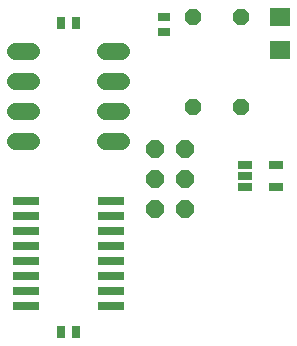
<source format=gts>
G75*
G70*
%OFA0B0*%
%FSLAX24Y24*%
%IPPOS*%
%LPD*%
%AMOC8*
5,1,8,0,0,1.08239X$1,22.5*
%
%ADD10OC8,0.0600*%
%ADD11C,0.0560*%
%ADD12R,0.0512X0.0257*%
%ADD13R,0.0316X0.0394*%
%ADD14R,0.0394X0.0316*%
%ADD15OC8,0.0560*%
%ADD16R,0.0670X0.0591*%
%ADD17R,0.0906X0.0276*%
D10*
X005881Y004881D03*
X005881Y005881D03*
X005881Y006881D03*
X006881Y006881D03*
X006881Y005881D03*
X006881Y004881D03*
D11*
X004741Y007131D02*
X004221Y007131D01*
X004221Y008131D02*
X004741Y008131D01*
X004741Y009131D02*
X004221Y009131D01*
X004221Y010131D02*
X004741Y010131D01*
X001741Y010131D02*
X001221Y010131D01*
X001221Y009131D02*
X001741Y009131D01*
X001741Y008131D02*
X001221Y008131D01*
X001221Y007131D02*
X001741Y007131D01*
D12*
X008870Y006355D03*
X008870Y005981D03*
X008870Y005607D03*
X009893Y005607D03*
X009893Y006355D03*
D13*
X003237Y011081D03*
X002726Y011081D03*
X002726Y000781D03*
X003237Y000781D03*
D14*
X006181Y010776D03*
X006181Y011287D03*
D15*
X007131Y011281D03*
X008731Y011281D03*
X008731Y008281D03*
X007131Y008281D03*
D16*
X010031Y010180D03*
X010031Y011283D03*
D17*
X001564Y001631D03*
X001564Y002131D03*
X001564Y002631D03*
X001564Y003131D03*
X001564Y003631D03*
X001564Y004131D03*
X001564Y004631D03*
X001564Y005131D03*
X004399Y005131D03*
X004399Y004631D03*
X004399Y004131D03*
X004399Y003631D03*
X004399Y003131D03*
X004399Y002631D03*
X004399Y002131D03*
X004399Y001631D03*
M02*

</source>
